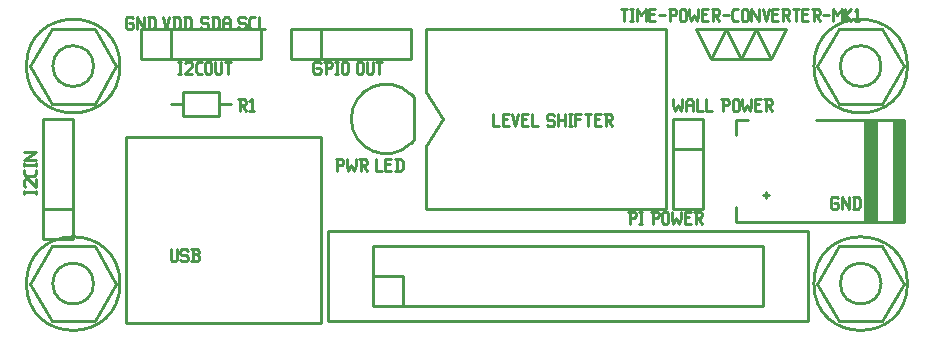
<source format=gbr>
G04 start of page 14 for group -4079 idx -4079 *
G04 Title: (unknown), topsilk *
G04 Creator: pcb 20110918 *
G04 CreationDate: Sat 01 Feb 2014 02:35:45 AM GMT UTC *
G04 For: vince *
G04 Format: Gerber/RS-274X *
G04 PCB-Dimensions: 300000 110000 *
G04 PCB-Coordinate-Origin: lower left *
%MOIN*%
%FSLAX25Y25*%
%LNTOPSILK*%
%ADD133C,0.0100*%
G54D133*X202500Y109000D02*X204500D01*
X203500D02*Y105000D01*
X205700Y109000D02*X206700D01*
X206200D02*Y105000D01*
X205700D02*X206700D01*
X207900Y109000D02*Y105000D01*
Y109000D02*X209400Y107000D01*
X210900Y109000D01*
Y105000D01*
X212100Y107200D02*X213600D01*
X212100Y105000D02*X214100D01*
X212100Y109000D02*Y105000D01*
Y109000D02*X214100D01*
X215300Y107000D02*X217300D01*
X219000Y109000D02*Y105000D01*
X218500Y109000D02*X220500D01*
X221000Y108500D01*
Y107500D01*
X220500Y107000D02*X221000Y107500D01*
X219000Y107000D02*X220500D01*
X222200Y108500D02*Y105500D01*
Y108500D02*X222700Y109000D01*
X223700D01*
X224200Y108500D01*
Y105500D01*
X223700Y105000D02*X224200Y105500D01*
X222700Y105000D02*X223700D01*
X222200Y105500D02*X222700Y105000D01*
X225400Y109000D02*Y107000D01*
X225900Y105000D01*
X226900Y107000D01*
X227900Y105000D01*
X228400Y107000D01*
Y109000D02*Y107000D01*
X229600Y107200D02*X231100D01*
X229600Y105000D02*X231600D01*
X229600Y109000D02*Y105000D01*
Y109000D02*X231600D01*
X232800D02*X234800D01*
X235300Y108500D01*
Y107500D01*
X234800Y107000D02*X235300Y107500D01*
X233300Y107000D02*X234800D01*
X233300Y109000D02*Y105000D01*
X234100Y107000D02*X235300Y105000D01*
X236500Y107000D02*X238500D01*
X240400Y105000D02*X241700D01*
X239700Y105700D02*X240400Y105000D01*
X239700Y108300D02*Y105700D01*
Y108300D02*X240400Y109000D01*
X241700D01*
X242900Y108500D02*Y105500D01*
Y108500D02*X243400Y109000D01*
X244400D01*
X244900Y108500D01*
Y105500D01*
X244400Y105000D02*X244900Y105500D01*
X243400Y105000D02*X244400D01*
X242900Y105500D02*X243400Y105000D01*
X246100Y109000D02*Y105000D01*
Y109000D02*X248600Y105000D01*
Y109000D02*Y105000D01*
X249800Y109000D02*X250800Y105000D01*
X251800Y109000D01*
X253000Y107200D02*X254500D01*
X253000Y105000D02*X255000D01*
X253000Y109000D02*Y105000D01*
Y109000D02*X255000D01*
X256200D02*X258200D01*
X258700Y108500D01*
Y107500D01*
X258200Y107000D02*X258700Y107500D01*
X256700Y107000D02*X258200D01*
X256700Y109000D02*Y105000D01*
X257500Y107000D02*X258700Y105000D01*
X259900Y109000D02*X261900D01*
X260900D02*Y105000D01*
X263100Y107200D02*X264600D01*
X263100Y105000D02*X265100D01*
X263100Y109000D02*Y105000D01*
Y109000D02*X265100D01*
X266300D02*X268300D01*
X268800Y108500D01*
Y107500D01*
X268300Y107000D02*X268800Y107500D01*
X266800Y107000D02*X268300D01*
X266800Y109000D02*Y105000D01*
X267600Y107000D02*X268800Y105000D01*
X270000Y107000D02*X272000D01*
X273200Y109000D02*Y105000D01*
Y109000D02*X274700Y107000D01*
X276200Y109000D01*
Y105000D01*
X277400Y109000D02*Y105000D01*
Y107000D02*X279400Y109000D01*
X277400Y107000D02*X279400Y105000D01*
X280600Y108200D02*X281400Y109000D01*
Y105000D01*
X280600D02*X282100D01*
X250000Y47000D02*X252000D01*
X251000Y48000D02*Y46000D01*
X220000Y79000D02*Y77000D01*
X220500Y75000D01*
X221500Y77000D01*
X222500Y75000D01*
X223000Y77000D01*
Y79000D02*Y77000D01*
X224200Y78000D02*Y75000D01*
Y78000D02*X224900Y79000D01*
X226000D01*
X226700Y78000D01*
Y75000D01*
X224200Y77000D02*X226700D01*
X227900Y79000D02*Y75000D01*
X229900D01*
X231100Y79000D02*Y75000D01*
X233100D01*
X236600Y79000D02*Y75000D01*
X236100Y79000D02*X238100D01*
X238600Y78500D01*
Y77500D01*
X238100Y77000D02*X238600Y77500D01*
X236600Y77000D02*X238100D01*
X239800Y78500D02*Y75500D01*
Y78500D02*X240300Y79000D01*
X241300D01*
X241800Y78500D01*
Y75500D01*
X241300Y75000D02*X241800Y75500D01*
X240300Y75000D02*X241300D01*
X239800Y75500D02*X240300Y75000D01*
X243000Y79000D02*Y77000D01*
X243500Y75000D01*
X244500Y77000D01*
X245500Y75000D01*
X246000Y77000D01*
Y79000D02*Y77000D01*
X247200Y77200D02*X248700D01*
X247200Y75000D02*X249200D01*
X247200Y79000D02*Y75000D01*
Y79000D02*X249200D01*
X250400D02*X252400D01*
X252900Y78500D01*
Y77500D01*
X252400Y77000D02*X252900Y77500D01*
X250900Y77000D02*X252400D01*
X250900Y79000D02*Y75000D01*
X251700Y77000D02*X252900Y75000D01*
X52500Y29000D02*Y25500D01*
X53000Y25000D01*
X54000D01*
X54500Y25500D01*
Y29000D02*Y25500D01*
X57700Y29000D02*X58200Y28500D01*
X56200Y29000D02*X57700D01*
X55700Y28500D02*X56200Y29000D01*
X55700Y28500D02*Y27500D01*
X56200Y27000D01*
X57700D01*
X58200Y26500D01*
Y25500D01*
X57700Y25000D02*X58200Y25500D01*
X56200Y25000D02*X57700D01*
X55700Y25500D02*X56200Y25000D01*
X59400D02*X61400D01*
X61900Y25500D01*
Y26700D02*Y25500D01*
X61400Y27200D02*X61900Y26700D01*
X59900Y27200D02*X61400D01*
X59900Y29000D02*Y25000D01*
X59400Y29000D02*X61400D01*
X61900Y28500D01*
Y27700D01*
X61400Y27200D02*X61900Y27700D01*
X55000Y91500D02*X56000D01*
X55500D02*Y87500D01*
X55000D02*X56000D01*
X57200Y91000D02*X57700Y91500D01*
X59200D01*
X59700Y91000D01*
Y90000D01*
X57200Y87500D02*X59700Y90000D01*
X57200Y87500D02*X59700D01*
X61600D02*X62900D01*
X60900Y88200D02*X61600Y87500D01*
X60900Y90800D02*Y88200D01*
Y90800D02*X61600Y91500D01*
X62900D01*
X64100Y91000D02*Y88000D01*
Y91000D02*X64600Y91500D01*
X65600D01*
X66100Y91000D01*
Y88000D01*
X65600Y87500D02*X66100Y88000D01*
X64600Y87500D02*X65600D01*
X64100Y88000D02*X64600Y87500D01*
X67300Y91500D02*Y88000D01*
X67800Y87500D01*
X68800D01*
X69300Y88000D01*
Y91500D02*Y88000D01*
X70500Y91500D02*X72500D01*
X71500D02*Y87500D01*
X274500Y46500D02*X275000Y46000D01*
X273000Y46500D02*X274500D01*
X272500Y46000D02*X273000Y46500D01*
X272500Y46000D02*Y43000D01*
X273000Y42500D01*
X274500D01*
X275000Y43000D01*
Y44000D02*Y43000D01*
X274500Y44500D02*X275000Y44000D01*
X273500Y44500D02*X274500D01*
X276200Y46500D02*Y42500D01*
Y46500D02*X278700Y42500D01*
Y46500D02*Y42500D01*
X280400Y46500D02*Y42500D01*
X281700Y46500D02*X282400Y45800D01*
Y43200D01*
X281700Y42500D02*X282400Y43200D01*
X279900Y42500D02*X281700D01*
X279900Y46500D02*X281700D01*
X205500Y41500D02*Y37500D01*
X205000Y41500D02*X207000D01*
X207500Y41000D01*
Y40000D01*
X207000Y39500D02*X207500Y40000D01*
X205500Y39500D02*X207000D01*
X208700Y41500D02*X209700D01*
X209200D02*Y37500D01*
X208700D02*X209700D01*
X213200Y41500D02*Y37500D01*
X212700Y41500D02*X214700D01*
X215200Y41000D01*
Y40000D01*
X214700Y39500D02*X215200Y40000D01*
X213200Y39500D02*X214700D01*
X216400Y41000D02*Y38000D01*
Y41000D02*X216900Y41500D01*
X217900D01*
X218400Y41000D01*
Y38000D01*
X217900Y37500D02*X218400Y38000D01*
X216900Y37500D02*X217900D01*
X216400Y38000D02*X216900Y37500D01*
X219600Y41500D02*Y39500D01*
X220100Y37500D01*
X221100Y39500D01*
X222100Y37500D01*
X222600Y39500D01*
Y41500D02*Y39500D01*
X223800Y39700D02*X225300D01*
X223800Y37500D02*X225800D01*
X223800Y41500D02*Y37500D01*
Y41500D02*X225800D01*
X227000D02*X229000D01*
X229500Y41000D01*
Y40000D01*
X229000Y39500D02*X229500Y40000D01*
X227500Y39500D02*X229000D01*
X227500Y41500D02*Y37500D01*
X228300Y39500D02*X229500Y37500D01*
X102000Y91500D02*X102500Y91000D01*
X100500Y91500D02*X102000D01*
X100000Y91000D02*X100500Y91500D01*
X100000Y91000D02*Y88000D01*
X100500Y87500D01*
X102000D01*
X102500Y88000D01*
Y89000D02*Y88000D01*
X102000Y89500D02*X102500Y89000D01*
X101000Y89500D02*X102000D01*
X104200Y91500D02*Y87500D01*
X103700Y91500D02*X105700D01*
X106200Y91000D01*
Y90000D01*
X105700Y89500D02*X106200Y90000D01*
X104200Y89500D02*X105700D01*
X107400Y91500D02*X108400D01*
X107900D02*Y87500D01*
X107400D02*X108400D01*
X109600Y91000D02*Y88000D01*
Y91000D02*X110100Y91500D01*
X111100D01*
X111600Y91000D01*
Y88000D01*
X111100Y87500D02*X111600Y88000D01*
X110100Y87500D02*X111100D01*
X109600Y88000D02*X110100Y87500D01*
X114600Y91000D02*Y88000D01*
Y91000D02*X115100Y91500D01*
X116100D01*
X116600Y91000D01*
Y88000D01*
X116100Y87500D02*X116600Y88000D01*
X115100Y87500D02*X116100D01*
X114600Y88000D02*X115100Y87500D01*
X117800Y91500D02*Y88000D01*
X118300Y87500D01*
X119300D01*
X119800Y88000D01*
Y91500D02*Y88000D01*
X121000Y91500D02*X123000D01*
X122000D02*Y87500D01*
X75000Y79000D02*X77000D01*
X77500Y78500D01*
Y77500D01*
X77000Y77000D02*X77500Y77500D01*
X75500Y77000D02*X77000D01*
X75500Y79000D02*Y75000D01*
X76300Y77000D02*X77500Y75000D01*
X78700Y78200D02*X79500Y79000D01*
Y75000D01*
X78700D02*X80200D01*
X108000Y59000D02*Y55000D01*
X107500Y59000D02*X109500D01*
X110000Y58500D01*
Y57500D01*
X109500Y57000D02*X110000Y57500D01*
X108000Y57000D02*X109500D01*
X111200Y59000D02*Y57000D01*
X111700Y55000D01*
X112700Y57000D01*
X113700Y55000D01*
X114200Y57000D01*
Y59000D02*Y57000D01*
X115400Y59000D02*X117400D01*
X117900Y58500D01*
Y57500D01*
X117400Y57000D02*X117900Y57500D01*
X115900Y57000D02*X117400D01*
X115900Y59000D02*Y55000D01*
X116700Y57000D02*X117900Y55000D01*
X120900Y59000D02*Y55000D01*
X122900D01*
X124100Y57200D02*X125600D01*
X124100Y55000D02*X126100D01*
X124100Y59000D02*Y55000D01*
Y59000D02*X126100D01*
X127800D02*Y55000D01*
X129100Y59000D02*X129800Y58300D01*
Y55700D01*
X129100Y55000D02*X129800Y55700D01*
X127300Y55000D02*X129100D01*
X127300Y59000D02*X129100D01*
X160000Y74000D02*Y70000D01*
X162000D01*
X163200Y72200D02*X164700D01*
X163200Y70000D02*X165200D01*
X163200Y74000D02*Y70000D01*
Y74000D02*X165200D01*
X166400D02*X167400Y70000D01*
X168400Y74000D01*
X169600Y72200D02*X171100D01*
X169600Y70000D02*X171600D01*
X169600Y74000D02*Y70000D01*
Y74000D02*X171600D01*
X172800D02*Y70000D01*
X174800D01*
X179800Y74000D02*X180300Y73500D01*
X178300Y74000D02*X179800D01*
X177800Y73500D02*X178300Y74000D01*
X177800Y73500D02*Y72500D01*
X178300Y72000D01*
X179800D01*
X180300Y71500D01*
Y70500D01*
X179800Y70000D02*X180300Y70500D01*
X178300Y70000D02*X179800D01*
X177800Y70500D02*X178300Y70000D01*
X181500Y74000D02*Y70000D01*
X184000Y74000D02*Y70000D01*
X181500Y72000D02*X184000D01*
X185200Y74000D02*X186200D01*
X185700D02*Y70000D01*
X185200D02*X186200D01*
X187400Y74000D02*Y70000D01*
Y74000D02*X189400D01*
X187400Y72200D02*X188900D01*
X190600Y74000D02*X192600D01*
X191600D02*Y70000D01*
X193800Y72200D02*X195300D01*
X193800Y70000D02*X195800D01*
X193800Y74000D02*Y70000D01*
Y74000D02*X195800D01*
X197000D02*X199000D01*
X199500Y73500D01*
Y72500D01*
X199000Y72000D02*X199500Y72500D01*
X197500Y72000D02*X199000D01*
X197500Y74000D02*Y70000D01*
X198300Y72000D02*X199500Y70000D01*
X3500Y48500D02*Y47500D01*
Y48000D02*X7500D01*
Y48500D02*Y47500D01*
X4000Y49700D02*X3500Y50200D01*
Y51700D02*Y50200D01*
Y51700D02*X4000Y52200D01*
X5000D01*
X7500Y49700D02*X5000Y52200D01*
X7500D02*Y49700D01*
Y55400D02*Y54100D01*
X6800Y53400D02*X7500Y54100D01*
X4200Y53400D02*X6800D01*
X4200D02*X3500Y54100D01*
Y55400D02*Y54100D01*
Y57600D02*Y56600D01*
Y57100D02*X7500D01*
Y57600D02*Y56600D01*
X3500Y58800D02*X7500D01*
X3500D02*X7500Y61300D01*
X3500D02*X7500D01*
X39500Y106500D02*X40000Y106000D01*
X38000Y106500D02*X39500D01*
X37500Y106000D02*X38000Y106500D01*
X37500Y106000D02*Y103000D01*
X38000Y102500D01*
X39500D01*
X40000Y103000D01*
Y104000D02*Y103000D01*
X39500Y104500D02*X40000Y104000D01*
X38500Y104500D02*X39500D01*
X41200Y106500D02*Y102500D01*
Y106500D02*X43700Y102500D01*
Y106500D02*Y102500D01*
X45400Y106500D02*Y102500D01*
X46700Y106500D02*X47400Y105800D01*
Y103200D01*
X46700Y102500D02*X47400Y103200D01*
X44900Y102500D02*X46700D01*
X44900Y106500D02*X46700D01*
X50000D02*X51000Y102500D01*
X52000Y106500D01*
X53700D02*Y102500D01*
X55000Y106500D02*X55700Y105800D01*
Y103200D01*
X55000Y102500D02*X55700Y103200D01*
X53200Y102500D02*X55000D01*
X53200Y106500D02*X55000D01*
X57400D02*Y102500D01*
X58700Y106500D02*X59400Y105800D01*
Y103200D01*
X58700Y102500D02*X59400Y103200D01*
X56900Y102500D02*X58700D01*
X56900Y106500D02*X58700D01*
X64500D02*X65000Y106000D01*
X63000Y106500D02*X64500D01*
X62500Y106000D02*X63000Y106500D01*
X62500Y106000D02*Y105000D01*
X63000Y104500D01*
X64500D01*
X65000Y104000D01*
Y103000D01*
X64500Y102500D02*X65000Y103000D01*
X63000Y102500D02*X64500D01*
X62500Y103000D02*X63000Y102500D01*
X66700Y106500D02*Y102500D01*
X68000Y106500D02*X68700Y105800D01*
Y103200D01*
X68000Y102500D02*X68700Y103200D01*
X66200Y102500D02*X68000D01*
X66200Y106500D02*X68000D01*
X69900Y105500D02*Y102500D01*
Y105500D02*X70600Y106500D01*
X71700D01*
X72400Y105500D01*
Y102500D01*
X69900Y104500D02*X72400D01*
X77000Y106500D02*X77500Y106000D01*
X75500Y106500D02*X77000D01*
X75000Y106000D02*X75500Y106500D01*
X75000Y106000D02*Y105000D01*
X75500Y104500D01*
X77000D01*
X77500Y104000D01*
Y103000D01*
X77000Y102500D02*X77500Y103000D01*
X75500Y102500D02*X77000D01*
X75000Y103000D02*X75500Y102500D01*
X79400D02*X80700D01*
X78700Y103200D02*X79400Y102500D01*
X78700Y105800D02*Y103200D01*
Y105800D02*X79400Y106500D01*
X80700D01*
X81900D02*Y102500D01*
X83900D01*
X137500Y42500D02*X217500D01*
Y102500D02*Y42500D01*
X137500Y102500D02*X217500D01*
X137500D02*Y81500D01*
X143250Y72500D01*
X137500Y63500D01*
Y42500D01*
X220000Y72500D02*Y42500D01*
X230000D01*
Y72500D02*Y42500D01*
X220000Y72500D02*X230000D01*
X220000Y62500D02*X230000D01*
Y72500D02*Y62500D01*
X267500Y72000D02*X297000D01*
Y38000D01*
X241000D02*X297000D01*
X241000Y43000D02*Y38000D01*
Y72000D02*X245000D01*
X241000D02*Y67000D01*
X297000Y72000D02*Y38000D01*
X296500Y72000D02*Y38000D01*
X296000Y72000D02*Y38000D01*
X295500Y72000D02*Y38000D01*
X295000Y72000D02*Y38000D01*
X294500Y72000D02*Y38000D01*
X294000Y72000D02*Y38000D01*
X293500Y72000D02*Y38000D01*
X284000Y72000D02*Y38000D01*
X284500Y72000D02*Y38000D01*
X285000Y72000D02*Y38000D01*
X285500Y72000D02*Y38000D01*
X286000Y72000D02*Y38000D01*
X286500Y72000D02*Y38000D01*
X287000Y72000D02*Y38000D01*
X287500Y72000D02*Y38000D01*
X227500Y102500D02*X232500Y92500D01*
X252500D01*
X257500Y102500D01*
X227500D01*
X232500Y92500D02*X237500Y102500D01*
X242500Y92500D01*
X247500Y102500D01*
X252500Y92500D01*
X37500Y66340D02*Y4450D01*
X102500D01*
Y66340D02*Y4450D01*
X37500Y66340D02*X102500D01*
X92500Y92500D02*X132500D01*
Y102500D02*Y92500D01*
X92500Y102500D02*X132500D01*
X92500D02*Y92500D01*
X102500Y102500D02*Y92500D01*
X92500Y102500D02*X102500D01*
X42500Y92500D02*X82500D01*
Y102500D02*Y92500D01*
X42500Y102500D02*X82500D01*
X42500D02*Y92500D01*
X52500Y102500D02*Y92500D01*
X42500Y102500D02*X52500D01*
X20000Y72500D02*Y32500D01*
X10000Y72500D02*X20000D01*
X10000D02*Y32500D01*
X20000D01*
X10000Y42500D02*X20000D01*
X10000D02*Y32500D01*
X68500Y77500D02*X72500D01*
X68500Y81500D02*Y73500D01*
X56500D02*X68500D01*
X56500Y81500D02*Y73500D01*
Y81500D02*X68500D01*
X52500Y77500D02*X56500D01*
X5600Y17500D02*X12800Y5000D01*
X27200D01*
X34400Y17500D01*
X27200Y30000D01*
X12800D01*
X5600Y17500D01*
X13200D02*G75*G03X13200Y17500I6800J0D01*G01*
X4400D02*G75*G03X4400Y17500I15600J0D01*G01*
X133500Y79700D02*Y65200D01*
X132500Y80600D02*X133500Y79600D01*
X132500Y64200D02*X133400Y65100D01*
X132502Y80602D02*G75*G03X132502Y64198I-8202J-8202D01*G01*
X268100Y90000D02*X275300Y77500D01*
X289700D01*
X296900Y90000D01*
X289700Y102500D01*
X275300D01*
X268100Y90000D01*
X275700D02*G75*G03X275700Y90000I6800J0D01*G01*
X266900D02*G75*G03X266900Y90000I15600J0D01*G01*
X268100Y17500D02*X275300Y5000D01*
X289700D01*
X296900Y17500D01*
X289700Y30000D01*
X275300D01*
X268100Y17500D01*
X275700D02*G75*G03X275700Y17500I6800J0D01*G01*
X266900D02*G75*G03X266900Y17500I15600J0D01*G01*
X120000Y10000D02*X250000D01*
Y30000D02*Y10000D01*
X120000Y30000D02*X250000D01*
X120000D02*Y10000D01*
X130000Y20000D02*Y10000D01*
X120000Y20000D02*X130000D01*
X105000Y5000D02*X265000D01*
Y35000D02*Y5000D01*
X105000Y35000D02*X265000D01*
X105000D02*Y5000D01*
X5600Y90000D02*X12800Y77500D01*
X27200D01*
X34400Y90000D01*
X27200Y102500D01*
X12800D01*
X5600Y90000D01*
X13200D02*G75*G03X13200Y90000I6800J0D01*G01*
X4400D02*G75*G03X4400Y90000I15600J0D01*G01*
M02*

</source>
